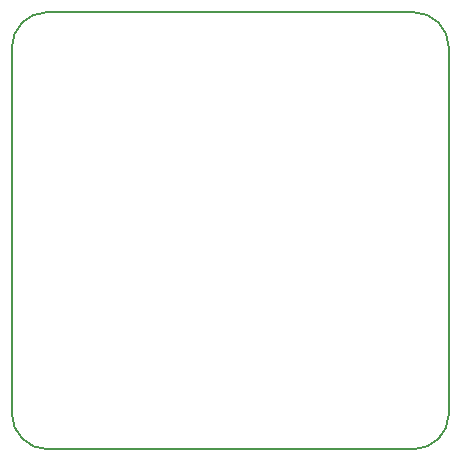
<source format=gbr>
G04 #@! TF.GenerationSoftware,KiCad,Pcbnew,(5.1.2)-1*
G04 #@! TF.CreationDate,2019-06-09T17:51:18+09:00*
G04 #@! TF.ProjectId,STEPPER_MOTOR04,53544550-5045-4525-9f4d-4f544f523034,rev?*
G04 #@! TF.SameCoordinates,Original*
G04 #@! TF.FileFunction,Profile,NP*
%FSLAX46Y46*%
G04 Gerber Fmt 4.6, Leading zero omitted, Abs format (unit mm)*
G04 Created by KiCad (PCBNEW (5.1.2)-1) date 2019-06-09 17:51:18*
%MOMM*%
%LPD*%
G04 APERTURE LIST*
%ADD10C,0.150000*%
G04 APERTURE END LIST*
D10*
X97000000Y-75000000D02*
X97000000Y-106000000D01*
X131000000Y-72000000D02*
X100000000Y-72000000D01*
X134000000Y-106000000D02*
X134000000Y-75000000D01*
X131000000Y-109000000D02*
X100000000Y-109000000D01*
X131000000Y-109000000D02*
G75*
G03X134000000Y-106000000I0J3000000D01*
G01*
X97000000Y-106000000D02*
G75*
G03X100000000Y-109000000I3000000J0D01*
G01*
X100000000Y-72000000D02*
G75*
G03X97000000Y-75000000I0J-3000000D01*
G01*
X134000000Y-75000000D02*
G75*
G03X131000000Y-72000000I-3000000J0D01*
G01*
M02*

</source>
